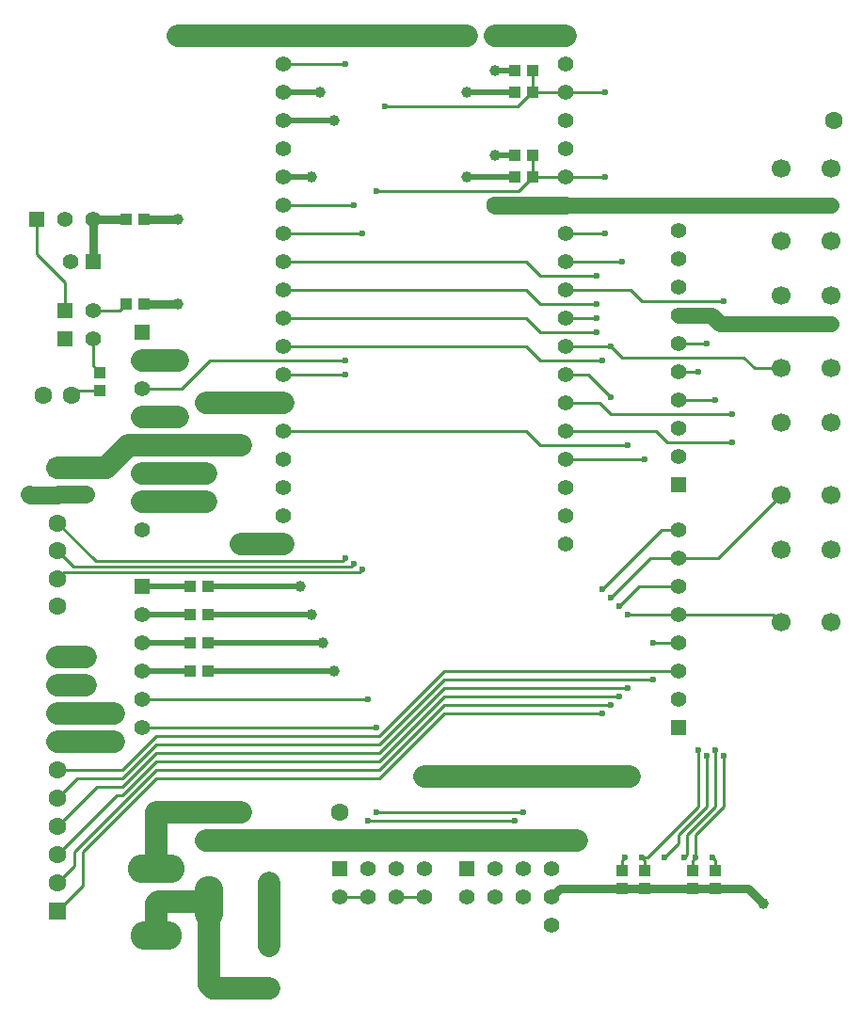
<source format=gbr>
G04 #@! TF.FileFunction,Copper,L2,Bot,Signal*
%FSLAX46Y46*%
G04 Gerber Fmt 4.6, Leading zero omitted, Abs format (unit mm)*
G04 Created by KiCad (PCBNEW 4.0.7) date 06/22/21 16:10:00*
%MOMM*%
%LPD*%
G01*
G04 APERTURE LIST*
%ADD10C,0.100000*%
%ADD11C,1.600000*%
%ADD12R,1.600000X1.600000*%
%ADD13R,1.000000X1.000000*%
%ADD14O,5.100000X2.600000*%
%ADD15O,4.600000X2.600000*%
%ADD16O,2.600000X4.600000*%
%ADD17R,1.400000X1.400000*%
%ADD18C,1.400000*%
%ADD19C,1.700000*%
%ADD20C,1.000000*%
%ADD21C,0.600000*%
%ADD22C,2.000000*%
%ADD23C,1.600000*%
%ADD24C,1.400000*%
%ADD25C,0.250000*%
%ADD26C,0.500000*%
%ADD27C,0.800000*%
G04 APERTURE END LIST*
D10*
D11*
X53812000Y-121128000D03*
X53812000Y-118588000D03*
X53812000Y-116048000D03*
X53812000Y-113508000D03*
X53812000Y-110968000D03*
X53812000Y-108428000D03*
X53812000Y-123668000D03*
X53812000Y-126208000D03*
X53812000Y-128748000D03*
D12*
X53812000Y-131288000D03*
D11*
X72862000Y-134468000D03*
X72862000Y-138268000D03*
D13*
X96522000Y-63343000D03*
X94922000Y-63343000D03*
X96522000Y-55723000D03*
X94922000Y-55723000D03*
D14*
X62702000Y-127478000D03*
D15*
X62702000Y-133478000D03*
D16*
X67402000Y-130478000D03*
D17*
X74132000Y-52548000D03*
D18*
X74132000Y-55088000D03*
X74132000Y-57628000D03*
X74132000Y-60168000D03*
X74132000Y-62708000D03*
X74132000Y-65248000D03*
X74132000Y-67788000D03*
X74132000Y-70328000D03*
X74132000Y-72868000D03*
X74132000Y-75408000D03*
X74132000Y-77948000D03*
X74132000Y-80488000D03*
X74132000Y-83028000D03*
X74132000Y-85568000D03*
X74132000Y-88108000D03*
X74132000Y-90648000D03*
X74132000Y-93188000D03*
X74132000Y-95728000D03*
X74132000Y-98268000D03*
X99532000Y-98268000D03*
X99532000Y-95728000D03*
X99532000Y-93188000D03*
X99532000Y-90648000D03*
X99532000Y-88108000D03*
X99532000Y-85568000D03*
X99532000Y-83028000D03*
X99532000Y-80488000D03*
X99532000Y-77948000D03*
X99532000Y-75408000D03*
X99532000Y-72868000D03*
X99532000Y-70328000D03*
X99532000Y-67788000D03*
X99532000Y-65248000D03*
X99532000Y-62708000D03*
X99532000Y-60168000D03*
X99532000Y-57628000D03*
X99532000Y-55088000D03*
X99532000Y-52548000D03*
D17*
X61432000Y-79218000D03*
D18*
X61432000Y-81758000D03*
X61432000Y-84298000D03*
X61432000Y-86838000D03*
X61432000Y-89378000D03*
X61432000Y-91918000D03*
X61432000Y-94458000D03*
X61432000Y-96998000D03*
D17*
X61432000Y-102078000D03*
D18*
X61432000Y-104618000D03*
X61432000Y-107158000D03*
X61432000Y-109698000D03*
X61432000Y-112238000D03*
X61432000Y-114778000D03*
D17*
X109692000Y-114778000D03*
D18*
X109692000Y-112238000D03*
X109692000Y-109698000D03*
X109692000Y-107158000D03*
X109692000Y-104618000D03*
X109692000Y-102078000D03*
X109692000Y-99538000D03*
X109692000Y-96998000D03*
D17*
X109692000Y-92934000D03*
D18*
X109692000Y-90394000D03*
X109692000Y-87854000D03*
X109692000Y-85314000D03*
X109692000Y-82774000D03*
X109692000Y-80234000D03*
X109692000Y-77694000D03*
X109692000Y-75154000D03*
X109692000Y-72614000D03*
X109692000Y-70074000D03*
D13*
X94922000Y-65248000D03*
X96522000Y-65248000D03*
X94922000Y-57628000D03*
X96522000Y-57628000D03*
X65712000Y-102078000D03*
X67312000Y-102078000D03*
X65712000Y-104618000D03*
X67312000Y-104618000D03*
X65712000Y-107158000D03*
X67312000Y-107158000D03*
X65712000Y-109698000D03*
X67312000Y-109698000D03*
X112994000Y-129294000D03*
X112994000Y-127694000D03*
X110962000Y-129294000D03*
X110962000Y-127694000D03*
X106644000Y-129294000D03*
X106644000Y-127694000D03*
X104612000Y-129294000D03*
X104612000Y-127694000D03*
D19*
X118872000Y-71038000D03*
X118872000Y-64538000D03*
X123372000Y-71038000D03*
X123372000Y-64538000D03*
X118872000Y-105328000D03*
X118872000Y-98828000D03*
X123372000Y-105328000D03*
X123372000Y-98828000D03*
X118872000Y-93898000D03*
X118872000Y-87398000D03*
X123372000Y-93898000D03*
X123372000Y-87398000D03*
X118872000Y-82468000D03*
X118872000Y-75968000D03*
X123372000Y-82468000D03*
X123372000Y-75968000D03*
D11*
X72862000Y-128748000D03*
X79212000Y-122398000D03*
X123662000Y-60168000D03*
D17*
X79212000Y-127478000D03*
D18*
X81752000Y-127478000D03*
X84292000Y-127478000D03*
X86832000Y-127478000D03*
X79212000Y-130018000D03*
X81752000Y-130018000D03*
X84292000Y-130018000D03*
X86832000Y-130018000D03*
D17*
X90642000Y-127478000D03*
D18*
X93182000Y-127478000D03*
X95722000Y-127478000D03*
X98262000Y-127478000D03*
X90642000Y-130018000D03*
X93182000Y-130018000D03*
X95722000Y-130018000D03*
X98262000Y-130018000D03*
X98262000Y-132558000D03*
D11*
X53812000Y-93883000D03*
X53812000Y-96383000D03*
X53812000Y-98883000D03*
X53812000Y-101383000D03*
D12*
X53812000Y-91383000D03*
D11*
X53812000Y-103883000D03*
D17*
X56987000Y-72868000D03*
D18*
X54987000Y-72868000D03*
D17*
X51907000Y-69058000D03*
D18*
X54447000Y-69058000D03*
X56987000Y-69058000D03*
D17*
X54447000Y-79853000D03*
D18*
X56987000Y-79853000D03*
D17*
X54447000Y-77313000D03*
D18*
X56987000Y-77313000D03*
D11*
X55082000Y-84933000D03*
X52542000Y-84933000D03*
D13*
X59997000Y-69058000D03*
X61597000Y-69058000D03*
X59997000Y-76678000D03*
X61597000Y-76678000D03*
X57622000Y-84463000D03*
X57622000Y-82863000D03*
D11*
X58892000Y-113508000D03*
X58892000Y-116048000D03*
X70322000Y-98268000D03*
X70322000Y-122398000D03*
X70322000Y-89378000D03*
D18*
X51272000Y-93823000D03*
D11*
X100548000Y-124938000D03*
X67147000Y-85568000D03*
D18*
X123408000Y-67788000D03*
X123408000Y-78456000D03*
D11*
X56352000Y-93823000D03*
X56352000Y-108428000D03*
X56352000Y-110968000D03*
X93182000Y-124938000D03*
X90642000Y-124938000D03*
X93182000Y-67788000D03*
D20*
X93182000Y-63343000D03*
D11*
X93182000Y-52548000D03*
D20*
X93182000Y-55723000D03*
D11*
X67147000Y-91918000D03*
X67147000Y-94458000D03*
X79212000Y-124938000D03*
X67147000Y-124938000D03*
D21*
X103088000Y-65248000D03*
X82514000Y-66518000D03*
X94960000Y-123160000D03*
X81752000Y-123160000D03*
X81752000Y-112238000D03*
X104866000Y-126462000D03*
X112740000Y-126462000D03*
X113756000Y-117318000D03*
X113756000Y-76424000D03*
X111216000Y-126462000D03*
X112994000Y-116810000D03*
X112994000Y-85314000D03*
X110200000Y-126462000D03*
X104612000Y-72868000D03*
X112232000Y-117318000D03*
X108422000Y-126462000D03*
X112232000Y-80234000D03*
X103088000Y-70328000D03*
X111470000Y-82774000D03*
X111470000Y-116810000D03*
X106390000Y-126462000D03*
X107406000Y-110460000D03*
X107406000Y-107158000D03*
X103596000Y-85060000D03*
X102326000Y-79218000D03*
X105120000Y-104618000D03*
X105120000Y-111222000D03*
X105120000Y-89378000D03*
X104358000Y-103856000D03*
X104358000Y-111984000D03*
X102834000Y-81758000D03*
X103596000Y-103094000D03*
X103596000Y-112746000D03*
X106644000Y-90648000D03*
X102834000Y-113508000D03*
X102834000Y-102332000D03*
X103596000Y-80488000D03*
D20*
X64607000Y-69058000D03*
X64607000Y-76678000D03*
X105247000Y-119223000D03*
X117312000Y-130653000D03*
D11*
X64607000Y-86838000D03*
X86832000Y-119223000D03*
X98262000Y-119223000D03*
X90642000Y-119223000D03*
D20*
X90642000Y-65248000D03*
D11*
X90642000Y-52548000D03*
D20*
X90642000Y-57628000D03*
D11*
X64607000Y-81758000D03*
X64607000Y-52548000D03*
D21*
X79720000Y-55088000D03*
X79720000Y-81758000D03*
D20*
X77434000Y-57628000D03*
X77688000Y-107158000D03*
X78704000Y-60168000D03*
X78704000Y-109698000D03*
X75656000Y-102078000D03*
X76672000Y-65248000D03*
X76672000Y-104618000D03*
D21*
X80482000Y-67788000D03*
X80482000Y-100046000D03*
X81244000Y-70328000D03*
X81244000Y-100554000D03*
X102326000Y-74138000D03*
X102326000Y-76678000D03*
X79720000Y-83028000D03*
X79720000Y-99538000D03*
X114518000Y-89124000D03*
X114518000Y-86584000D03*
X102326000Y-77948000D03*
X103088000Y-57628000D03*
X83276000Y-58898000D03*
X82514000Y-122398000D03*
X95722000Y-122398000D03*
X82514000Y-114778000D03*
D22*
X61432000Y-89378000D02*
X60162000Y-89378000D01*
X58157000Y-91383000D02*
X53812000Y-91383000D01*
X60162000Y-89378000D02*
X58157000Y-91383000D01*
X58892000Y-113508000D02*
X53812000Y-113508000D01*
X58892000Y-116048000D02*
X53812000Y-116048000D01*
X70322000Y-98268000D02*
X74132000Y-98268000D01*
X62702000Y-127478000D02*
X62702000Y-122398000D01*
X62702000Y-122398000D02*
X70322000Y-122398000D01*
X70322000Y-89378000D02*
X61432000Y-89378000D01*
X72862000Y-128748000D02*
X72862000Y-134468000D01*
X62702000Y-127478000D02*
X62702000Y-126843000D01*
D23*
X51272000Y-93823000D02*
X51332000Y-93883000D01*
X51332000Y-93883000D02*
X53812000Y-93883000D01*
D22*
X93182000Y-124938000D02*
X100548000Y-124938000D01*
X67147000Y-85568000D02*
X74132000Y-85568000D01*
D24*
X99532000Y-67788000D02*
X123408000Y-67788000D01*
X109692000Y-77694000D02*
X112613000Y-77694000D01*
X113375000Y-78456000D02*
X123408000Y-78456000D01*
X112613000Y-77694000D02*
X113375000Y-78456000D01*
D25*
X79212000Y-130018000D02*
X81752000Y-130018000D01*
D22*
X56352000Y-108428000D02*
X53812000Y-108428000D01*
X56352000Y-110968000D02*
X53812000Y-110968000D01*
D23*
X56352000Y-93823000D02*
X53872000Y-93823000D01*
D22*
X90642000Y-124938000D02*
X79212000Y-124938000D01*
X93182000Y-124938000D02*
X90642000Y-124938000D01*
D23*
X93182000Y-67788000D02*
X99532000Y-67788000D01*
D26*
X94922000Y-63343000D02*
X93182000Y-63343000D01*
X94922000Y-55723000D02*
X93182000Y-55723000D01*
D22*
X93182000Y-52548000D02*
X99532000Y-52548000D01*
X67147000Y-91918000D02*
X61432000Y-91918000D01*
X67147000Y-94458000D02*
X61432000Y-94458000D01*
X67147000Y-124938000D02*
X79212000Y-124938000D01*
X72862000Y-138268000D02*
X67787000Y-138268000D01*
X67402000Y-137883000D02*
X67402000Y-130478000D01*
X67787000Y-138268000D02*
X67402000Y-137883000D01*
X67402000Y-130478000D02*
X62877000Y-130478000D01*
X62702000Y-130653000D02*
X62702000Y-133478000D01*
X62877000Y-130478000D02*
X62702000Y-130653000D01*
D25*
X99532000Y-65248000D02*
X103088000Y-65248000D01*
X95252000Y-66518000D02*
X82514000Y-66518000D01*
X95252000Y-66518000D02*
X96522000Y-65248000D01*
X94960000Y-123160000D02*
X81752000Y-123160000D01*
X81752000Y-112238000D02*
X61432000Y-112238000D01*
X99532000Y-65248000D02*
X96522000Y-65248000D01*
X96522000Y-63343000D02*
X96522000Y-65248000D01*
X104612000Y-127694000D02*
X104612000Y-126716000D01*
X104612000Y-126716000D02*
X104866000Y-126462000D01*
X112994000Y-127694000D02*
X112994000Y-126716000D01*
X112994000Y-126716000D02*
X112740000Y-126462000D01*
X111216000Y-124430000D02*
X111216000Y-126462000D01*
X113756000Y-121890000D02*
X111216000Y-124430000D01*
X113756000Y-117318000D02*
X113756000Y-121890000D01*
X105374000Y-75408000D02*
X99532000Y-75408000D01*
X106390000Y-76424000D02*
X105374000Y-75408000D01*
X113756000Y-76424000D02*
X106390000Y-76424000D01*
X110962000Y-127694000D02*
X110962000Y-126716000D01*
X110962000Y-126716000D02*
X111216000Y-126462000D01*
X110454000Y-126208000D02*
X110454000Y-124430000D01*
X112994000Y-121890000D02*
X112994000Y-116810000D01*
X110454000Y-124430000D02*
X112994000Y-121890000D01*
X112994000Y-85314000D02*
X109692000Y-85314000D01*
X110200000Y-126462000D02*
X110454000Y-126208000D01*
X109692000Y-124430000D02*
X109692000Y-125192000D01*
X112232000Y-121890000D02*
X109692000Y-124430000D01*
X112232000Y-117318000D02*
X112232000Y-121890000D01*
X108422000Y-126462000D02*
X109692000Y-125192000D01*
X112232000Y-80234000D02*
X109692000Y-80234000D01*
X99532000Y-72868000D02*
X104612000Y-72868000D01*
X106390000Y-126462000D02*
X106898000Y-126462000D01*
X111470000Y-82774000D02*
X109692000Y-82774000D01*
X111470000Y-121890000D02*
X111470000Y-116810000D01*
X106898000Y-126462000D02*
X111470000Y-121890000D01*
X99532000Y-70328000D02*
X103088000Y-70328000D01*
X106644000Y-127694000D02*
X106644000Y-126716000D01*
X106644000Y-126716000D02*
X106390000Y-126462000D01*
X59654000Y-119350000D02*
X55590000Y-119350000D01*
X55590000Y-119350000D02*
X53812000Y-121128000D01*
X88610000Y-110460000D02*
X107406000Y-110460000D01*
X82768000Y-116302000D02*
X88610000Y-110460000D01*
X62702000Y-116302000D02*
X82768000Y-116302000D01*
X59654000Y-119350000D02*
X62702000Y-116302000D01*
X99532000Y-83028000D02*
X101564000Y-83028000D01*
X101564000Y-83028000D02*
X103596000Y-85060000D01*
X109692000Y-107158000D02*
X107406000Y-107158000D01*
X53812000Y-118588000D02*
X59654000Y-118588000D01*
X88610000Y-109698000D02*
X109692000Y-109698000D01*
X82768000Y-115540000D02*
X88610000Y-109698000D01*
X62702000Y-115540000D02*
X82768000Y-115540000D01*
X59654000Y-118588000D02*
X62702000Y-115540000D01*
X97246000Y-79218000D02*
X102326000Y-79218000D01*
X74132000Y-77948000D02*
X95976000Y-77948000D01*
X95976000Y-77948000D02*
X97246000Y-79218000D01*
X59654000Y-120112000D02*
X57368000Y-120112000D01*
X57368000Y-120112000D02*
X53812000Y-123668000D01*
X105120000Y-104618000D02*
X109692000Y-104618000D01*
X88610000Y-111222000D02*
X105120000Y-111222000D01*
X82768000Y-117064000D02*
X88610000Y-111222000D01*
X62702000Y-117064000D02*
X82768000Y-117064000D01*
X59654000Y-120112000D02*
X62702000Y-117064000D01*
X109692000Y-104618000D02*
X118162000Y-104618000D01*
X118162000Y-104618000D02*
X118872000Y-105328000D01*
X74132000Y-88108000D02*
X95976000Y-88108000D01*
X97246000Y-89378000D02*
X105120000Y-89378000D01*
X95976000Y-88108000D02*
X97246000Y-89378000D01*
X59654000Y-120874000D02*
X59146000Y-120874000D01*
X59146000Y-120874000D02*
X53812000Y-126208000D01*
X106136000Y-102078000D02*
X109692000Y-102078000D01*
X104358000Y-103856000D02*
X106136000Y-102078000D01*
X88610000Y-111984000D02*
X104358000Y-111984000D01*
X82768000Y-117826000D02*
X88610000Y-111984000D01*
X62702000Y-117826000D02*
X82768000Y-117826000D01*
X59654000Y-120874000D02*
X62702000Y-117826000D01*
X74132000Y-80488000D02*
X95976000Y-80488000D01*
X97246000Y-81758000D02*
X102834000Y-81758000D01*
X95976000Y-80488000D02*
X97246000Y-81758000D01*
X55336000Y-127224000D02*
X55336000Y-125954000D01*
X62702000Y-118588000D02*
X82768000Y-118588000D01*
X55336000Y-125954000D02*
X62702000Y-118588000D01*
X53812000Y-128748000D02*
X55336000Y-127224000D01*
X107152000Y-99538000D02*
X109692000Y-99538000D01*
X103596000Y-103094000D02*
X107152000Y-99538000D01*
X88610000Y-112746000D02*
X103596000Y-112746000D01*
X82768000Y-118588000D02*
X88610000Y-112746000D01*
X109692000Y-99538000D02*
X113232000Y-99538000D01*
X113232000Y-99538000D02*
X118872000Y-93898000D01*
X99532000Y-90648000D02*
X106644000Y-90648000D01*
X56098000Y-125954000D02*
X56098000Y-129002000D01*
X56098000Y-129002000D02*
X53812000Y-131288000D01*
X88610000Y-113508000D02*
X102834000Y-113508000D01*
X82768000Y-119350000D02*
X88610000Y-113508000D01*
X62702000Y-119350000D02*
X82768000Y-119350000D01*
X56098000Y-125954000D02*
X62702000Y-119350000D01*
X102834000Y-102332000D02*
X108168000Y-96998000D01*
X108168000Y-96998000D02*
X109692000Y-96998000D01*
X118872000Y-82468000D02*
X116498000Y-82468000D01*
X104612000Y-81504000D02*
X103596000Y-80488000D01*
X115534000Y-81504000D02*
X104612000Y-81504000D01*
X116498000Y-82468000D02*
X115534000Y-81504000D01*
X99532000Y-80488000D02*
X103596000Y-80488000D01*
D27*
X61597000Y-69058000D02*
X64607000Y-69058000D01*
X61597000Y-76678000D02*
X64607000Y-76678000D01*
D25*
X86832000Y-130018000D02*
X84292000Y-130018000D01*
D22*
X105247000Y-119223000D02*
X98262000Y-119223000D01*
D27*
X104612000Y-129294000D02*
X98986000Y-129294000D01*
X98986000Y-129294000D02*
X98262000Y-130018000D01*
X112994000Y-129294000D02*
X115953000Y-129294000D01*
X115953000Y-129294000D02*
X117312000Y-130653000D01*
X110962000Y-129294000D02*
X112994000Y-129294000D01*
X106644000Y-129294000D02*
X110962000Y-129294000D01*
X106644000Y-129294000D02*
X104612000Y-129294000D01*
D22*
X61432000Y-86838000D02*
X64607000Y-86838000D01*
X90642000Y-119223000D02*
X86832000Y-119223000D01*
X90642000Y-119223000D02*
X98262000Y-119223000D01*
D26*
X94922000Y-65248000D02*
X90642000Y-65248000D01*
X94922000Y-57628000D02*
X90642000Y-57628000D01*
D22*
X90642000Y-52548000D02*
X74132000Y-52548000D01*
X74132000Y-52548000D02*
X64607000Y-52548000D01*
X64607000Y-81758000D02*
X61432000Y-81758000D01*
D25*
X61432000Y-84298000D02*
X64988000Y-84298000D01*
X79720000Y-55088000D02*
X74132000Y-55088000D01*
X67528000Y-81758000D02*
X79720000Y-81758000D01*
X64988000Y-84298000D02*
X67528000Y-81758000D01*
D26*
X67312000Y-107158000D02*
X77688000Y-107158000D01*
X77434000Y-57628000D02*
X74132000Y-57628000D01*
X67312000Y-109698000D02*
X78704000Y-109698000D01*
X78704000Y-60168000D02*
X74132000Y-60168000D01*
X67312000Y-102078000D02*
X75656000Y-102078000D01*
X67312000Y-104618000D02*
X76672000Y-104618000D01*
X76672000Y-65248000D02*
X74132000Y-65248000D01*
D25*
X56987000Y-77313000D02*
X59362000Y-77313000D01*
X59362000Y-77313000D02*
X59997000Y-76678000D01*
X80228000Y-100300000D02*
X55229000Y-100300000D01*
X55229000Y-100300000D02*
X53812000Y-98883000D01*
X80228000Y-100300000D02*
X80482000Y-100046000D01*
X53812000Y-98883000D02*
X53812000Y-98903000D01*
X80482000Y-67788000D02*
X74132000Y-67788000D01*
X80990000Y-100808000D02*
X54387000Y-100808000D01*
X54387000Y-100808000D02*
X53812000Y-101383000D01*
X81244000Y-70328000D02*
X74132000Y-70328000D01*
X80990000Y-100808000D02*
X81244000Y-100554000D01*
X74132000Y-72868000D02*
X95976000Y-72868000D01*
X97246000Y-74138000D02*
X102326000Y-74138000D01*
X95976000Y-72868000D02*
X97246000Y-74138000D01*
X74132000Y-75408000D02*
X95976000Y-75408000D01*
X97246000Y-76678000D02*
X102326000Y-76678000D01*
X95976000Y-75408000D02*
X97246000Y-76678000D01*
X79466000Y-99792000D02*
X57221000Y-99792000D01*
X57221000Y-99792000D02*
X53812000Y-96383000D01*
X79720000Y-83028000D02*
X74132000Y-83028000D01*
X79466000Y-99792000D02*
X79720000Y-99538000D01*
X107660000Y-88108000D02*
X99532000Y-88108000D01*
X108676000Y-89124000D02*
X107660000Y-88108000D01*
X114518000Y-89124000D02*
X108676000Y-89124000D01*
X99532000Y-85568000D02*
X102580000Y-85568000D01*
X102580000Y-85568000D02*
X103596000Y-86584000D01*
X103596000Y-86584000D02*
X114518000Y-86584000D01*
X99532000Y-77948000D02*
X102326000Y-77948000D01*
D26*
X61432000Y-102078000D02*
X65712000Y-102078000D01*
X61432000Y-104618000D02*
X65712000Y-104618000D01*
X61432000Y-107158000D02*
X65712000Y-107158000D01*
X61432000Y-109698000D02*
X65712000Y-109698000D01*
D25*
X99532000Y-57628000D02*
X103088000Y-57628000D01*
X95214000Y-58898000D02*
X96484000Y-57628000D01*
X83276000Y-58898000D02*
X95214000Y-58898000D01*
X96484000Y-57628000D02*
X96522000Y-57628000D01*
X95722000Y-122398000D02*
X82514000Y-122398000D01*
X82514000Y-114778000D02*
X61432000Y-114778000D01*
X99532000Y-57628000D02*
X96522000Y-57628000D01*
X96522000Y-55723000D02*
X96522000Y-57628000D01*
D27*
X56987000Y-72868000D02*
X56987000Y-69058000D01*
X59997000Y-69058000D02*
X56987000Y-69058000D01*
D25*
X54447000Y-77313000D02*
X54447000Y-74773000D01*
X51907000Y-72233000D02*
X51907000Y-69058000D01*
X54447000Y-74773000D02*
X51907000Y-72233000D01*
X56987000Y-79853000D02*
X56987000Y-82228000D01*
X56987000Y-82228000D02*
X57622000Y-82863000D01*
X57622000Y-84463000D02*
X55552000Y-84463000D01*
X55552000Y-84463000D02*
X55082000Y-84933000D01*
M02*

</source>
